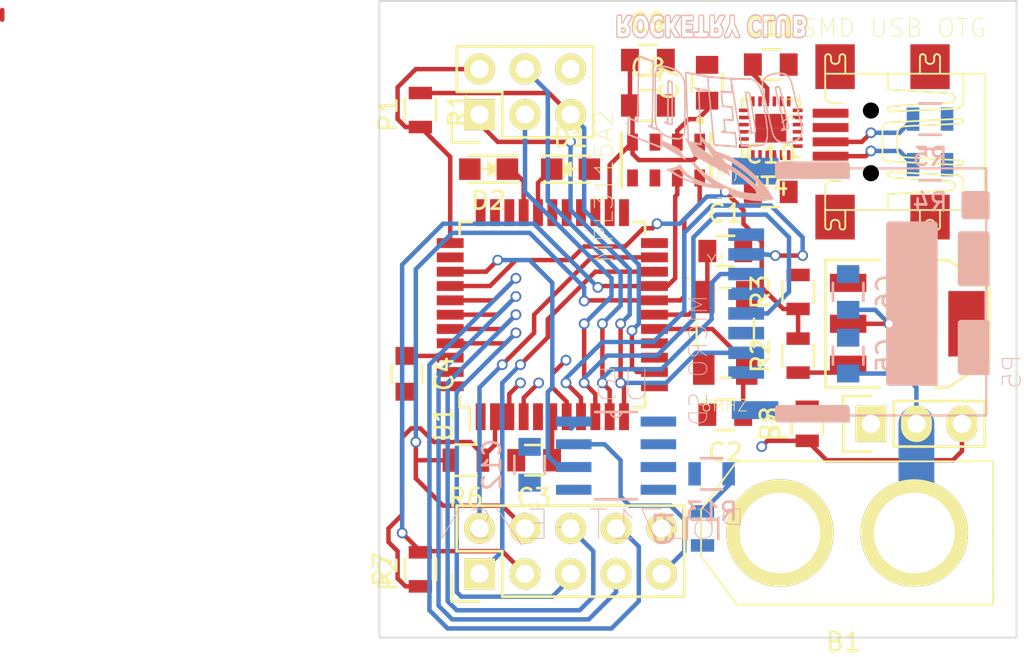
<source format=kicad_pcb>
(kicad_pcb (version 4) (host pcbnew 4.0.4+e1-6308~48~ubuntu16.04.1-stable)
  (layers (0 F.Cu signal) (31 B.Cu signal) (34 B.Paste user) (35 F.Paste user) (36 B.SilkS user) (37 F.SilkS user) (38 B.Mask user) (39 F.Mask user) (44 Edge.Cuts user))
  (net 0 "")
  (net 1 VCC)
  (net 2 GND)
  (net 3 "Net-(C1-Pad1)")
  (net 4 "Net-(C2-Pad1)")
  (net 5 "Net-(C3-Pad1)")
  (net 6 "Net-(C4-Pad1)")
  (net 7 VDD)
  (net 8 "Net-(C7-Pad1)")
  (net 9 "Net-(C11-Pad1)")
  (net 10 VCC_V_LED)
  (net 11 MCU_LED)
  (net 12 MISO)
  (net 13 SCK)
  (net 14 MOSI)
  (net 15 RST)
  (net 16 RX)
  (net 17 TX)
  (net 18 SDA)
  (net 19 SCL)
  (net 20 SERVO_PWM)
  (net 21 SERVO_S_V)
  (net 22 "Net-(P5-Pad8)")
  (net 23 "Net-(P5-Pad1)")
  (net 24 VCC_V)
  (net 25 "Net-(R4-Pad1)")
  (net 26 USB_D-)
  (net 27 "Net-(R5-Pad1)")
  (net 28 USB_D+)
  (net 29 "Net-(R13-Pad2)")
  (net 30 SERVO_S_V_A)
  (net 31 "Net-(U1-Pad1)")
  (net 32 "Net-(U1-Pad25)")
  (net 33 "Net-(U1-Pad26)")
  (net 34 "Net-(U1-Pad27)")
  (net 35 "Net-(U1-Pad31)")
  (net 36 "Net-(U1-Pad32)")
  (net 37 "Net-(U3-Pad5)")
  (net 38 "Net-(U3-Pad6)")
  (net 39 "Net-(U4-Pad1)")
  (net 40 "Net-(U4-Pad7)")
  (net 41 "Net-(U4-Pad11)")
  (net 42 "Net-(U4-Pad12)")
  (net 43 "Net-(U4-Pad19)")
  (net 44 "Net-(U4-Pad20)")
  (net 45 "Net-(U4-Pad21)")
  (net 46 "Net-(U4-Pad25)")
  (net 47 "Net-(U5-Pad1)")
  (net 48 "Net-(U5-Pad5)")
  (net 49 "Net-(U5-Pad8)")
  (net 50 "Net-(X1-PadM1)")
  (net 51 "Net-(X1-Pad4)")
  (net 52 SD_CS)
  (net 53 "Net-(U1-Pad22)")
  (net 54 E1)
  (net 55 E2)
  (net 56 E3)
  (net 57 E4)
  (net 58 "Net-(U1-Pad12)")
  (net 59 "Net-(X1-Pad1)")
  (module Housings_QFP:TQFP-44_10x10mm_Pitch0.8mm (layer F.Cu) (at 228.092 122.936 90)
    (fp_text reference U1 (at -6.096 -6.096 90) (layer F.SilkS))
    (fp_text value ATmega32U4)
    (pad 1 smd rect (at -5.7 -4 90) (size 1.5 0.55) (layers F.Cu F.Paste F.Mask) (net 31 "Net-(U1-Pad1)"))
    (pad 2 smd rect (at -5.7 -3.2 90) (size 1.5 0.55) (layers F.Cu F.Paste F.Mask) (net 7 VDD))
    (pad 3 smd rect (at -5.7 -2.4 90) (size 1.5 0.55) (layers F.Cu F.Paste F.Mask) (net 26 USB_D-))
    (pad 4 smd rect (at -5.7 -1.6 90) (size 1.5 0.55) (layers F.Cu F.Paste F.Mask) (net 28 USB_D+))
    (pad 5 smd rect (at -5.7 -0.8 90) (size 1.5 0.55) (layers F.Cu F.Paste F.Mask) (net 2 GND))
    (pad 6 smd rect (at -5.7 0 90) (size 1.5 0.55) (layers F.Cu F.Paste F.Mask) (net 5 "Net-(C3-Pad1)"))
    (pad 7 smd rect (at -5.7 0.8 90) (size 1.5 0.55) (layers F.Cu F.Paste F.Mask) (net 7 VDD))
    (pad 8 smd rect (at -5.7 1.6 90) (size 1.5 0.55) (layers F.Cu F.Paste F.Mask) (net 52 SD_CS))
    (pad 9 smd rect (at -5.7 2.4 90) (size 1.5 0.55) (layers F.Cu F.Paste F.Mask) (net 13 SCK))
    (pad 10 smd rect (at -5.7 3.2 90) (size 1.5 0.55) (layers F.Cu F.Paste F.Mask) (net 14 MOSI))
    (pad 11 smd rect (at -5.7 4 90) (size 1.5 0.55) (layers F.Cu F.Paste F.Mask) (net 12 MISO))
    (pad 12 smd rect (at -4 5.7 180) (size 1.5 0.55) (layers F.Cu F.Paste F.Mask) (net 58 "Net-(U1-Pad12)"))
    (pad 13 smd rect (at -3.2 5.7 180) (size 1.5 0.55) (layers F.Cu F.Paste F.Mask) (net 15 RST))
    (pad 14 smd rect (at -2.4 5.7 180) (size 1.5 0.55) (layers F.Cu F.Paste F.Mask) (net 7 VDD))
    (pad 15 smd rect (at -1.6 5.7 180) (size 1.5 0.55) (layers F.Cu F.Paste F.Mask) (net 2 GND))
    (pad 16 smd rect (at -0.8 5.7 180) (size 1.5 0.55) (layers F.Cu F.Paste F.Mask) (net 4 "Net-(C2-Pad1)"))
    (pad 17 smd rect (at 0 5.7 180) (size 1.5 0.55) (layers F.Cu F.Paste F.Mask) (net 3 "Net-(C1-Pad1)"))
    (pad 18 smd rect (at 0.8 5.7 180) (size 1.5 0.55) (layers F.Cu F.Paste F.Mask) (net 19 SCL))
    (pad 19 smd rect (at 1.6 5.7 180) (size 1.5 0.55) (layers F.Cu F.Paste F.Mask) (net 18 SDA))
    (pad 20 smd rect (at 2.4 5.7 180) (size 1.5 0.55) (layers F.Cu F.Paste F.Mask) (net 16 RX))
    (pad 21 smd rect (at 3.2 5.7 180) (size 1.5 0.55) (layers F.Cu F.Paste F.Mask) (net 17 TX))
    (pad 22 smd rect (at 4 5.7 180) (size 1.5 0.55) (layers F.Cu F.Paste F.Mask) (net 53 "Net-(U1-Pad22)"))
    (pad 23 smd rect (at 5.7 4 90) (size 1.5 0.55) (layers F.Cu F.Paste F.Mask) (net 2 GND))
    (pad 24 smd rect (at 5.7 3.2 90) (size 1.5 0.55) (layers F.Cu F.Paste F.Mask) (net 7 VDD))
    (pad 25 smd rect (at 5.7 2.4 90) (size 1.5 0.55) (layers F.Cu F.Paste F.Mask) (net 32 "Net-(U1-Pad25)"))
    (pad 26 smd rect (at 5.7 1.6 90) (size 1.5 0.55) (layers F.Cu F.Paste F.Mask) (net 33 "Net-(U1-Pad26)"))
    (pad 27 smd rect (at 5.7 0.8 90) (size 1.5 0.55) (layers F.Cu F.Paste F.Mask) (net 34 "Net-(U1-Pad27)"))
    (pad 28 smd rect (at 5.7 0 90) (size 1.5 0.55) (layers F.Cu F.Paste F.Mask) (net 20 SERVO_PWM))
    (pad 29 smd rect (at 5.7 -0.8 90) (size 1.5 0.55) (layers F.Cu F.Paste F.Mask) (net 10 VCC_V_LED))
    (pad 30 smd rect (at 5.7 -1.6 90) (size 1.5 0.55) (layers F.Cu F.Paste F.Mask) (net 11 MCU_LED))
    (pad 31 smd rect (at 5.7 -2.4 90) (size 1.5 0.55) (layers F.Cu F.Paste F.Mask) (net 35 "Net-(U1-Pad31)"))
    (pad 32 smd rect (at 5.7 -3.2 90) (size 1.5 0.55) (layers F.Cu F.Paste F.Mask) (net 36 "Net-(U1-Pad32)"))
    (pad 33 smd rect (at 5.7 -4 90) (size 1.5 0.55) (layers F.Cu F.Paste F.Mask) (net 2 GND))
    (pad 34 smd rect (at 4 -5.7 180) (size 1.5 0.55) (layers F.Cu F.Paste F.Mask) (net 7 VDD))
    (pad 35 smd rect (at 3.2 -5.7 180) (size 1.5 0.55) (layers F.Cu F.Paste F.Mask) (net 2 GND))
    (pad 36 smd rect (at 2.4 -5.7 180) (size 1.5 0.55) (layers F.Cu F.Paste F.Mask) (net 30 SERVO_S_V_A))
    (pad 37 smd rect (at 1.6 -5.7 180) (size 1.5 0.55) (layers F.Cu F.Paste F.Mask) (net 24 VCC_V))
    (pad 38 smd rect (at 0.8 -5.7 180) (size 1.5 0.55) (layers F.Cu F.Paste F.Mask) (net 57 E4))
    (pad 39 smd rect (at 0 -5.7 180) (size 1.5 0.55) (layers F.Cu F.Paste F.Mask) (net 56 E3))
    (pad 40 smd rect (at -0.8 -5.7 180) (size 1.5 0.55) (layers F.Cu F.Paste F.Mask) (net 55 E2))
    (pad 41 smd rect (at -1.6 -5.7 180) (size 1.5 0.55) (layers F.Cu F.Paste F.Mask) (net 54 E1))
    (pad 42 smd rect (at -2.4 -5.7 180) (size 1.5 0.55) (layers F.Cu F.Paste F.Mask) (net 6 "Net-(C4-Pad1)"))
    (pad 43 smd rect (at -3.2 -5.7 180) (size 1.5 0.55) (layers F.Cu F.Paste F.Mask) (net 2 GND))
    (pad 44 smd rect (at -4 -5.7 180) (size 1.5 0.55) (layers F.Cu F.Paste F.Mask) (net 7 VDD))
  )
  (module XT60:XT60 (layer F.Cu) (at 240.792 135.128)
    (fp_text reference B1 (at 3.556 6.096) (layer F.SilkS))
    (fp_text value XT60)
    (pad 1 thru_hole circle (at 7.5 0) (size 6 6) (drill 4.5) (layers *.Cu *.Mask F.SilkS) (net 1 VCC))
    (pad 2 thru_hole circle (at 0 0) (size 6 6) (drill 4.5) (layers *.Cu *.Mask F.SilkS) (net 2 GND))
  )
  (module Capacitors_SMD:C_0805 (layer F.Cu) (at 237.744 119.38)
    (fp_text reference C1 (at 0 -2.1) (layer F.SilkS))
    (fp_text value 33pF)
    (pad 1 smd rect (at -1 0) (size 1 1.25) (layers F.Cu F.Paste F.Mask) (net 3 "Net-(C1-Pad1)"))
    (pad 2 smd rect (at 1 0) (size 1 1.25) (layers F.Cu F.Paste F.Mask) (net 2 GND))
  )
  (module Capacitors_SMD:C_0805 (layer F.Cu) (at 237.744 128.524 180)
    (fp_text reference C2 (at 0 -2.1 180) (layer F.SilkS))
    (fp_text value 33pF)
    (pad 1 smd rect (at -1 0 180) (size 1 1.25) (layers F.Cu F.Paste F.Mask) (net 4 "Net-(C2-Pad1)"))
    (pad 2 smd rect (at 1 0 180) (size 1 1.25) (layers F.Cu F.Paste F.Mask) (net 2 GND))
  )
  (module Capacitors_SMD:C_0805 (layer F.Cu) (at 227.076 131.064 180)
    (fp_text reference C3 (at 0 -2.1 180) (layer F.SilkS))
    (fp_text value 1uF)
    (pad 1 smd rect (at -1 0 180) (size 1 1.25) (layers F.Cu F.Paste F.Mask) (net 5 "Net-(C3-Pad1)"))
    (pad 2 smd rect (at 1 0 180) (size 1 1.25) (layers F.Cu F.Paste F.Mask) (net 2 GND))
  )
  (module Capacitors_SMD:C_0805 (layer F.Cu) (at 219.964 126.238 270)
    (fp_text reference C4 (at 0 -2.1 270) (layer F.SilkS))
    (fp_text value .1uF)
    (pad 1 smd rect (at -1 0 270) (size 1 1.25) (layers F.Cu F.Paste F.Mask) (net 6 "Net-(C4-Pad1)"))
    (pad 2 smd rect (at 1 0 270) (size 1 1.25) (layers F.Cu F.Paste F.Mask) (net 2 GND))
  )
  (module Capacitors_SMD:C_0805 (layer B.Cu) (at 244.602 125.222 90)
    (fp_text reference C5 (at 0 2.1 90) (layer B.SilkS) (effects (justify mirror)))
    (fp_text value 10uF)
    (pad 1 smd rect (at -1 0 90) (size 1 1.25) (layers B.Cu B.Paste B.Mask) (net 1 VCC))
    (pad 2 smd rect (at 1 0 90) (size 1 1.25) (layers B.Cu B.Paste B.Mask) (net 2 GND))
  )
  (module Capacitors_SMD:C_0805 (layer B.Cu) (at 244.602 121.666 90)
    (fp_text reference C6 (at 0 2.1 90) (layer B.SilkS) (effects (justify mirror)))
    (fp_text value 22uF)
    (pad 1 smd rect (at -1 0 90) (size 1 1.25) (layers B.Cu B.Paste B.Mask) (net 7 VDD))
    (pad 2 smd rect (at 1 0 90) (size 1 1.25) (layers B.Cu B.Paste B.Mask) (net 2 GND))
  )
  (module Capacitors_SMD:C_0805 (layer F.Cu) (at 236.728 109.982 90)
    (fp_text reference C7 (at 0 -2.1 90) (layer F.SilkS))
    (fp_text value .1uF)
    (pad 1 smd rect (at -1 0 90) (size 1 1.25) (layers F.Cu F.Paste F.Mask) (net 8 "Net-(C7-Pad1)"))
    (pad 2 smd rect (at 1 0 90) (size 1 1.25) (layers F.Cu F.Paste F.Mask) (net 2 GND))
  )
  (module Capacitors_SMD:C_0805 (layer F.Cu) (at 233.426 111.252)
    (fp_text reference C8 (at 0 -2.1) (layer F.SilkS))
    (fp_text value .1uF)
    (pad 1 smd rect (at -1 0) (size 1 1.25) (layers F.Cu F.Paste F.Mask) (net 7 VDD))
    (pad 2 smd rect (at 1 0) (size 1 1.25) (layers F.Cu F.Paste F.Mask) (net 2 GND))
  )
  (module Capacitors_SMD:C_0805 (layer F.Cu) (at 233.426 108.712)
    (fp_text reference C9 (at 0 -2.1) (layer F.SilkS))
    (fp_text value 10uF)
    (pad 1 smd rect (at -1 0) (size 1 1.25) (layers F.Cu F.Paste F.Mask) (net 7 VDD))
    (pad 2 smd rect (at 1 0) (size 1 1.25) (layers F.Cu F.Paste F.Mask) (net 2 GND))
  )
  (module Capacitors_SMD:C_0805 (layer F.Cu) (at 240.284 116.078)
    (fp_text reference C10 (at 0 -2.1) (layer F.SilkS))
    (fp_text value .1uF)
    (pad 1 smd rect (at -1 0) (size 1 1.25) (layers F.Cu F.Paste F.Mask) (net 7 VDD))
    (pad 2 smd rect (at 1 0) (size 1 1.25) (layers F.Cu F.Paste F.Mask) (net 2 GND))
  )
  (module Capacitors_SMD:C_0805 (layer F.Cu) (at 240.284 108.966)
    (fp_text reference C11 (at 0 -2.1) (layer F.SilkS))
    (fp_text value .1uF)
    (pad 1 smd rect (at -1 0) (size 1 1.25) (layers F.Cu F.Paste F.Mask) (net 9 "Net-(C11-Pad1)"))
    (pad 2 smd rect (at 1 0) (size 1 1.25) (layers F.Cu F.Paste F.Mask) (net 2 GND))
  )
  (module Capacitors_SMD:C_0805 (layer B.Cu) (at 226.822 131.318 270)
    (fp_text reference C12 (at 0 2.1 270) (layer B.SilkS) (effects (justify mirror)))
    (fp_text value .1uF)
    (pad 1 smd rect (at -1 0 270) (size 1 1.25) (layers B.Cu B.Paste B.Mask) (net 7 VDD))
    (pad 2 smd rect (at 1 0 270) (size 1 1.25) (layers B.Cu B.Paste B.Mask) (net 2 GND))
  )
  (module LEDs:LED_0805 (layer F.Cu) (at 229.108 114.808)
    (fp_text reference D1 (at 0 -1.75) (layer F.SilkS))
    (fp_text value LED_BLUE)
    (pad 2 smd rect (at 1.04902 0 180) (size 1.19888 1.19888) (layers F.Cu F.Paste F.Mask) (net 2 GND))
    (pad 1 smd rect (at -1.04902 0 180) (size 1.19888 1.19888) (layers F.Cu F.Paste F.Mask) (net 10 VCC_V_LED))
  )
  (module LEDs:LED_0805 (layer F.Cu) (at 224.536 114.808 180)
    (fp_text reference D2 (at 0 -1.75 180) (layer F.SilkS))
    (fp_text value LED_BLUE)
    (pad 2 smd rect (at 1.04902 0) (size 1.19888 1.19888) (layers F.Cu F.Paste F.Mask) (net 2 GND))
    (pad 1 smd rect (at -1.04902 0) (size 1.19888 1.19888) (layers F.Cu F.Paste F.Mask) (net 11 MCU_LED))
  )
  (module Pin_Headers:Pin_Header_Straight_2x03 (layer F.Cu) (at 224.028 111.76 90)
    (fp_text reference P1 (at 0 -5.1 90) (layer F.SilkS))
    (fp_text value ICSP)
    (pad 1 thru_hole rect (at 0 0 90) (size 1.7272 1.7272) (drill 1.016) (layers *.Cu *.Mask F.SilkS) (net 12 MISO))
    (pad 2 thru_hole oval (at 2.54 0 90) (size 1.7272 1.7272) (drill 1.016) (layers *.Cu *.Mask F.SilkS) (net 7 VDD))
    (pad 3 thru_hole oval (at 0 2.54 90) (size 1.7272 1.7272) (drill 1.016) (layers *.Cu *.Mask F.SilkS) (net 13 SCK))
    (pad 4 thru_hole oval (at 2.54 2.54 90) (size 1.7272 1.7272) (drill 1.016) (layers *.Cu *.Mask F.SilkS) (net 14 MOSI))
    (pad 5 thru_hole oval (at 0 5.08 90) (size 1.7272 1.7272) (drill 1.016) (layers *.Cu *.Mask F.SilkS) (net 15 RST))
    (pad 6 thru_hole oval (at 2.54 5.08 90) (size 1.7272 1.7272) (drill 1.016) (layers *.Cu *.Mask F.SilkS) (net 2 GND))
  )
  (module Pin_Headers:Pin_Header_Straight_2x05 (layer F.Cu) (at 224.028 137.414 90)
    (fp_text reference P2 (at 0 -5.1 90) (layer F.SilkS))
    (fp_text value EXTRA)
    (pad 1 thru_hole rect (at 0 0 90) (size 1.7272 1.7272) (drill 1.016) (layers *.Cu *.Mask F.SilkS) (net 16 RX))
    (pad 2 thru_hole oval (at 2.54 0 90) (size 1.7272 1.7272) (drill 1.016) (layers *.Cu *.Mask F.SilkS) (net 17 TX))
    (pad 3 thru_hole oval (at 0 2.54 90) (size 1.7272 1.7272) (drill 1.016) (layers *.Cu *.Mask F.SilkS) (net 18 SDA))
    (pad 4 thru_hole oval (at 2.54 2.54 90) (size 1.7272 1.7272) (drill 1.016) (layers *.Cu *.Mask F.SilkS) (net 19 SCL))
    (pad 5 thru_hole oval (at 0 5.08 90) (size 1.7272 1.7272) (drill 1.016) (layers *.Cu *.Mask F.SilkS) (net 54 E1))
    (pad 6 thru_hole oval (at 2.54 5.08 90) (size 1.7272 1.7272) (drill 1.016) (layers *.Cu *.Mask F.SilkS) (net 55 E2))
    (pad 7 thru_hole oval (at 0 7.62 90) (size 1.7272 1.7272) (drill 1.016) (layers *.Cu *.Mask F.SilkS) (net 56 E3))
    (pad 8 thru_hole oval (at 2.54 7.62 90) (size 1.7272 1.7272) (drill 1.016) (layers *.Cu *.Mask F.SilkS) (net 57 E4))
    (pad 9 thru_hole oval (at 0 10.16 90) (size 1.7272 1.7272) (drill 1.016) (layers *.Cu *.Mask F.SilkS) (net 7 VDD))
    (pad 10 thru_hole oval (at 2.54 10.16 90) (size 1.7272 1.7272) (drill 1.016) (layers *.Cu *.Mask F.SilkS) (net 2 GND))
  )
  (module Pin_Headers:Pin_Header_Straight_1x03 (layer F.Cu) (at 245.872 129.032 90)
    (fp_text reference P4 (at 0 -5.1 90) (layer F.SilkS))
    (fp_text value SERVO)
    (pad 1 thru_hole rect (at 0 0 90) (size 2.032 1.7272) (drill 1.016) (layers *.Cu *.Mask F.SilkS) (net 20 SERVO_PWM))
    (pad 2 thru_hole oval (at 0 2.54 90) (size 2.032 1.7272) (drill 1.016) (layers *.Cu *.Mask F.SilkS) (net 1 VCC))
    (pad 3 thru_hole oval (at 0 5.08 90) (size 2.032 1.7272) (drill 1.016) (layers *.Cu *.Mask F.SilkS) (net 21 SERVO_S_V))
  )
  (module DM3CS-SF:HRS_DM3CS-SF (layer B.Cu) (at 245.11 121.666 90)
    (fp_text reference P5 (at -4.46 8.635 90) (layer B.SilkS) (effects (font (thickness 0.05)) (justify mirror)))
    (fp_text value "MICRO SD" (at -3.825 -8.865 90) (layer B.SilkS) (effects (font (thickness 0.05)) (justify mirror)))
    (pad 8 smd rect (at -4.5 -6.2 90) (size 0.7 2) (layers B.Cu B.Paste B.Mask) (net 22 "Net-(P5-Pad8)"))
    (pad 7 smd rect (at -3.4 -6.2 90) (size 0.7 2) (layers B.Cu B.Paste B.Mask) (net 12 MISO))
    (pad 6 smd rect (at -2.3 -6.2 90) (size 0.7 2) (layers B.Cu B.Paste B.Mask) (net 2 GND))
    (pad 5 smd rect (at -1.2 -6.2 90) (size 0.7 2) (layers B.Cu B.Paste B.Mask) (net 13 SCK))
    (pad 4 smd rect (at -0.1 -6.2 90) (size 0.7 2) (layers B.Cu B.Paste B.Mask) (net 7 VDD))
    (pad 3 smd rect (at 1 -6.2 90) (size 0.7 2) (layers B.Cu B.Paste B.Mask) (net 14 MOSI))
    (pad 2 smd rect (at 2.1 -6.2 90) (size 0.7 2) (layers B.Cu B.Paste B.Mask) (net 52 SD_CS))
    (pad 1 smd rect (at 3.2 -6.2 90) (size 0.7 2) (layers B.Cu B.Paste B.Mask) (net 23 "Net-(P5-Pad1)"))
    (pad PAD. smd rect (at -6.6 -5.7 90) (size 1 2.6) (layers B.Cu B.Paste B.Mask))
    (pad PAD smd rect (at 6.75 -5.7 90) (size 1.5 2.6) (layers B.Cu B.Paste B.Mask))
  )
  (module Resistors_SMD:R_0805 (layer F.Cu) (at 220.726 111.506 270)
    (fp_text reference R1 (at 0 -2.1 270) (layer F.SilkS))
    (fp_text value 10K)
    (pad 1 smd rect (at -0.95 0 270) (size 0.7 1.3) (layers F.Cu F.Paste F.Mask) (net 15 RST))
    (pad 2 smd rect (at 0.95 0 270) (size 0.7 1.3) (layers F.Cu F.Paste F.Mask) (net 7 VDD))
  )
  (module Resistors_SMD:R_0805 (layer F.Cu) (at 241.808 125.222 90)
    (fp_text reference R2 (at 0 -2.1 90) (layer F.SilkS))
    (fp_text value 3K)
    (pad 1 smd rect (at -0.95 0 90) (size 0.7 1.3) (layers F.Cu F.Paste F.Mask) (net 1 VCC))
    (pad 2 smd rect (at 0.95 0 90) (size 0.7 1.3) (layers F.Cu F.Paste F.Mask) (net 24 VCC_V))
  )
  (module Resistors_SMD:R_0805 (layer F.Cu) (at 241.808 121.666 90)
    (fp_text reference R3 (at 0 -2.1 90) (layer F.SilkS))
    (fp_text value 1K)
    (pad 1 smd rect (at -0.95 0 90) (size 0.7 1.3) (layers F.Cu F.Paste F.Mask) (net 24 VCC_V))
    (pad 2 smd rect (at 0.95 0 90) (size 0.7 1.3) (layers F.Cu F.Paste F.Mask) (net 2 GND))
  )
  (module Resistors_SMD:R_0805 (layer B.Cu) (at 249.174 114.554)
    (fp_text reference R4 (at 0 2.1) (layer B.SilkS) (effects (justify mirror)))
    (fp_text value 22)
    (pad 1 smd rect (at -0.95 0) (size 0.7 1.3) (layers B.Cu B.Paste B.Mask) (net 25 "Net-(R4-Pad1)"))
    (pad 2 smd rect (at 0.95 0) (size 0.7 1.3) (layers B.Cu B.Paste B.Mask) (net 26 USB_D-))
  )
  (module Resistors_SMD:R_0805 (layer B.Cu) (at 249.174 112.014)
    (fp_text reference R5 (at 0 2.1) (layer B.SilkS) (effects (justify mirror)))
    (fp_text value 22)
    (pad 1 smd rect (at -0.95 0) (size 0.7 1.3) (layers B.Cu B.Paste B.Mask) (net 27 "Net-(R5-Pad1)"))
    (pad 2 smd rect (at 0.95 0) (size 0.7 1.3) (layers B.Cu B.Paste B.Mask) (net 28 USB_D+))
  )
  (module Resistors_SMD:R_0805 (layer F.Cu) (at 223.266 131.064 180)
    (fp_text reference R6 (at 0 -2.1 180) (layer F.SilkS))
    (fp_text value 10K)
    (pad 1 smd rect (at -0.95 0 180) (size 0.7 1.3) (layers F.Cu F.Paste F.Mask) (net 7 VDD))
    (pad 2 smd rect (at 0.95 0 180) (size 0.7 1.3) (layers F.Cu F.Paste F.Mask) (net 19 SCL))
  )
  (module Resistors_SMD:R_0805 (layer F.Cu) (at 220.726 137.16 90)
    (fp_text reference R7 (at 0 -2.1 90) (layer F.SilkS))
    (fp_text value 10K)
    (pad 1 smd rect (at -0.95 0 90) (size 0.7 1.3) (layers F.Cu F.Paste F.Mask) (net 7 VDD))
    (pad 2 smd rect (at 0.95 0 90) (size 0.7 1.3) (layers F.Cu F.Paste F.Mask) (net 18 SDA))
  )
  (module Resistors_SMD:R_0805 (layer F.Cu) (at 242.316 129.032 90)
    (fp_text reference R8 (at 0 -2.1 90) (layer F.SilkS))
    (fp_text value .01)
    (pad 1 smd rect (at -0.95 0 90) (size 0.7 1.3) (layers F.Cu F.Paste F.Mask) (net 21 SERVO_S_V))
    (pad 2 smd rect (at 0.95 0 90) (size 0.7 1.3) (layers F.Cu F.Paste F.Mask) (net 2 GND))
  )
  (module Resistors_SMD:R_0805 (layer B.Cu) (at 236.474 134.874 270)
    (fp_text reference R9 (at 0 2.1 270) (layer B.SilkS) (effects (justify mirror)))
    (fp_text value 200)
    (pad 1 smd rect (at -0.95 0 270) (size 0.7 1.3) (layers B.Cu B.Paste B.Mask) (net 29 "Net-(R13-Pad2)"))
    (pad 2 smd rect (at 0.95 0 270) (size 0.7 1.3) (layers B.Cu B.Paste B.Mask) (net 2 GND))
  )
  (module Resistors_SMD:R_0805 (layer B.Cu) (at 236.982 131.826)
    (fp_text reference R13 (at 0 2.1) (layer B.SilkS) (effects (justify mirror)))
    (fp_text value 13K)
    (pad 1 smd rect (at -0.95 0) (size 0.7 1.3) (layers B.Cu B.Paste B.Mask) (net 30 SERVO_S_V_A))
    (pad 2 smd rect (at 0.95 0) (size 0.7 1.3) (layers B.Cu B.Paste B.Mask) (net 29 "Net-(R13-Pad2)"))
  )
  (module TO_SOT_Packages_SMD:SOT-223 (layer F.Cu) (at 247.904 123.444 270)
    (fp_text reference U2 (at 0 -0.762 270) (layer F.SilkS))
    (fp_text value AZ1117)
    (pad 4 smd rect (at 0 -3.302 270) (size 3.6576 2.032) (layers F.Cu F.Paste F.Mask))
    (pad 2 smd rect (at 0 3.302 270) (size 1.016 2.032) (layers F.Cu F.Paste F.Mask) (net 7 VDD))
    (pad 3 smd rect (at 2.286 3.302 270) (size 1.016 2.032) (layers F.Cu F.Paste F.Mask) (net 1 VCC))
    (pad 1 smd rect (at -2.286 3.302 270) (size 1.016 2.032) (layers F.Cu F.Paste F.Mask) (net 2 GND))
  )
  (module MPL3115A2:PSON125P300X500X120-8N (layer F.Cu) (at 234.442 114.3 270)
    (fp_text reference U3 (at 1.34 -3.435 270) (layer F.SilkS) (effects (font (thickness 0.05))))
    (fp_text value MPL3115A2 (at 1.475 3.465 270) (layer F.SilkS) (effects (font (thickness 0.05))))
    (pad 1 smd rect (at -1 -1.875 270) (size 0.95 0.6) (layers F.Cu F.Paste F.Mask) (net 7 VDD))
    (pad 2 smd rect (at -1 -0.625 270) (size 0.95 0.6) (layers F.Cu F.Paste F.Mask) (net 8 "Net-(C7-Pad1)"))
    (pad 3 smd rect (at -1 0.625 270) (size 0.95 0.6) (layers F.Cu F.Paste F.Mask) (net 2 GND))
    (pad 4 smd rect (at -1 1.875 270) (size 0.95 0.6) (layers F.Cu F.Paste F.Mask) (net 7 VDD))
    (pad 5 smd rect (at 1 1.875 270) (size 0.95 0.6) (layers F.Cu F.Paste F.Mask) (net 37 "Net-(U3-Pad5)"))
    (pad 6 smd rect (at 1 0.625 270) (size 0.95 0.6) (layers F.Cu F.Paste F.Mask) (net 38 "Net-(U3-Pad6)"))
    (pad 7 smd rect (at 1 -0.625 270) (size 0.95 0.6) (layers F.Cu F.Paste F.Mask) (net 18 SDA))
    (pad 8 smd rect (at 1 -1.875 270) (size 0.95 0.6) (layers F.Cu F.Paste F.Mask) (net 19 SCL))
  )
  (module Housings_DFN_QFN:QFN-24-1EP_3x3mm_Pitch0.4mm (layer F.Cu) (at 240.284 112.522 180)
    (fp_text reference U4 (at 0 -3.25 180) (layer F.SilkS))
    (fp_text value MPU-9250)
    (pad 1 smd rect (at -1.5 -1 180) (size 0.55 0.2) (layers F.Cu F.Paste F.Mask) (net 39 "Net-(U4-Pad1)"))
    (pad 2 smd rect (at -1.5 -0.6 180) (size 0.55 0.2) (layers F.Cu F.Paste F.Mask))
    (pad 3 smd rect (at -1.5 -0.2 180) (size 0.55 0.2) (layers F.Cu F.Paste F.Mask))
    (pad 4 smd rect (at -1.5 0.2 180) (size 0.55 0.2) (layers F.Cu F.Paste F.Mask))
    (pad 5 smd rect (at -1.5 0.6 180) (size 0.55 0.2) (layers F.Cu F.Paste F.Mask))
    (pad 6 smd rect (at -1.5 1 180) (size 0.55 0.2) (layers F.Cu F.Paste F.Mask))
    (pad 7 smd rect (at -1 1.5 270) (size 0.55 0.2) (layers F.Cu F.Paste F.Mask) (net 40 "Net-(U4-Pad7)"))
    (pad 8 smd rect (at -0.6 1.5 270) (size 0.55 0.2) (layers F.Cu F.Paste F.Mask) (net 7 VDD))
    (pad 9 smd rect (at -0.2 1.5 270) (size 0.55 0.2) (layers F.Cu F.Paste F.Mask) (net 2 GND))
    (pad 10 smd rect (at 0.2 1.5 270) (size 0.55 0.2) (layers F.Cu F.Paste F.Mask) (net 9 "Net-(C11-Pad1)"))
    (pad 11 smd rect (at 0.6 1.5 270) (size 0.55 0.2) (layers F.Cu F.Paste F.Mask) (net 41 "Net-(U4-Pad11)"))
    (pad 12 smd rect (at 1 1.5 270) (size 0.55 0.2) (layers F.Cu F.Paste F.Mask) (net 42 "Net-(U4-Pad12)"))
    (pad 13 smd rect (at 1.5 1 180) (size 0.55 0.2) (layers F.Cu F.Paste F.Mask) (net 7 VDD))
    (pad 14 smd rect (at 1.5 0.6 180) (size 0.55 0.2) (layers F.Cu F.Paste F.Mask))
    (pad 15 smd rect (at 1.5 0.2 180) (size 0.55 0.2) (layers F.Cu F.Paste F.Mask))
    (pad 16 smd rect (at 1.5 -0.2 180) (size 0.55 0.2) (layers F.Cu F.Paste F.Mask))
    (pad 17 smd rect (at 1.5 -0.6 180) (size 0.55 0.2) (layers F.Cu F.Paste F.Mask))
    (pad 18 smd rect (at 1.5 -1 180) (size 0.55 0.2) (layers F.Cu F.Paste F.Mask) (net 2 GND))
    (pad 19 smd rect (at 1 -1.5 270) (size 0.55 0.2) (layers F.Cu F.Paste F.Mask) (net 43 "Net-(U4-Pad19)"))
    (pad 20 smd rect (at 0.6 -1.5 270) (size 0.55 0.2) (layers F.Cu F.Paste F.Mask) (net 44 "Net-(U4-Pad20)"))
    (pad 21 smd rect (at 0.2 -1.5 270) (size 0.55 0.2) (layers F.Cu F.Paste F.Mask) (net 45 "Net-(U4-Pad21)"))
    (pad 22 smd rect (at -0.2 -1.5 270) (size 0.55 0.2) (layers F.Cu F.Paste F.Mask) (net 7 VDD))
    (pad 23 smd rect (at -0.6 -1.5 270) (size 0.55 0.2) (layers F.Cu F.Paste F.Mask) (net 19 SCL))
    (pad 24 smd rect (at -1 -1.5 270) (size 0.55 0.2) (layers F.Cu F.Paste F.Mask) (net 18 SDA))
    (pad 25 smd rect (at 0.435 0.4 180) (size 0.875 0.8) (layers F.Cu F.Paste F.Mask) (net 46 "Net-(U4-Pad25)"))
    (pad 25 smd rect (at 0.435 -0.4 180) (size 0.875 0.8) (layers F.Cu F.Paste F.Mask) (net 46 "Net-(U4-Pad25)"))
    (pad 25 smd rect (at -0.435 0.4 180) (size 0.875 0.8) (layers F.Cu F.Paste F.Mask) (net 46 "Net-(U4-Pad25)"))
    (pad 25 smd rect (at -0.435 -0.4 180) (size 0.875 0.8) (layers F.Cu F.Paste F.Mask) (net 46 "Net-(U4-Pad25)"))
  )
  (module MCP6L71T-E_SN:SOIC127P600X175-8N (layer B.Cu) (at 231.648 130.81 180)
    (fp_text reference U5 (at -0.3556 3.937 180) (layer B.SilkS) (effects (font (size 1.64 1.64) (thickness 0.05)) (justify mirror)))
    (fp_text value MCP6L71T-E/SN (at -0.3556 -3.8608 180) (layer B.SilkS) (effects (font (size 1.64 1.64) (thickness 0.05)) (justify mirror)))
    (pad 1 smd rect (at -2.3622 1.905 180) (size 1.9812 0.5588) (layers B.Cu B.Paste B.Mask) (net 47 "Net-(U5-Pad1)"))
    (pad 2 smd rect (at -2.3622 0.635 180) (size 1.9812 0.5588) (layers B.Cu B.Paste B.Mask) (net 29 "Net-(R13-Pad2)"))
    (pad 3 smd rect (at -2.3622 -0.635 180) (size 1.9812 0.5588) (layers B.Cu B.Paste B.Mask) (net 21 SERVO_S_V))
    (pad 4 smd rect (at -2.3622 -1.905 180) (size 1.9812 0.5588) (layers B.Cu B.Paste B.Mask) (net 2 GND))
    (pad 5 smd rect (at 2.3622 -1.905 180) (size 1.9812 0.5588) (layers B.Cu B.Paste B.Mask) (net 48 "Net-(U5-Pad5)"))
    (pad 6 smd rect (at 2.3622 -0.635 180) (size 1.9812 0.5588) (layers B.Cu B.Paste B.Mask) (net 30 SERVO_S_V_A))
    (pad 7 smd rect (at 2.3622 0.635 180) (size 1.9812 0.5588) (layers B.Cu B.Paste B.Mask) (net 7 VDD))
    (pad 8 smd rect (at 2.3622 1.905 180) (size 1.9812 0.5588) (layers B.Cu B.Paste B.Mask) (net 49 "Net-(U5-Pad8)"))
  )
  (module UX60-MB-5ST:UX60-MB-5ST (layer F.Cu) (at 243.332 113.284 90)
    (fp_text reference X1 (at 1.905 -1.905 90) (layer F.SilkS) (effects (font (thickness 0.05))))
    (fp_text value "SMD USB OTG" (at 6.35 3.81 180) (layer F.SilkS) (effects (font (thickness 0.05))))
    (pad M3 smd rect (at -4.2 0.54 180) (size 2.2 2.5) (layers F.Cu F.Paste F.Mask) (net 50 "Net-(X1-PadM1)"))
    (pad M4 smd rect (at 4.2 0.54 180) (size 2.2 2.5) (layers F.Cu F.Paste F.Mask) (net 50 "Net-(X1-PadM1)"))
    (pad M2 smd rect (at -4.2 5.84 180) (size 2.2 2.5) (layers F.Cu F.Paste F.Mask) (net 50 "Net-(X1-PadM1)"))
    (pad M1 smd rect (at 4.2 5.84 180) (size 2.2 2.5) (layers F.Cu F.Paste F.Mask) (net 50 "Net-(X1-PadM1)"))
    (pad 1 smd rect (at -1.6 0.29 180) (size 2 0.5) (layers F.Cu F.Paste F.Mask) (net 59 "Net-(X1-Pad1)"))
    (pad 2 smd rect (at -0.8 0.29 180) (size 2 0.5) (layers F.Cu F.Paste F.Mask) (net 25 "Net-(R4-Pad1)"))
    (pad 3 smd rect (at 0 0.29 180) (size 2 0.5) (layers F.Cu F.Paste F.Mask) (net 27 "Net-(R5-Pad1)"))
    (pad 4 smd rect (at 0.8 0.29 180) (size 2 0.5) (layers F.Cu F.Paste F.Mask) (net 51 "Net-(X1-Pad4)"))
    (pad 5 smd rect (at 1.6 0.29 180) (size 2 0.5) (layers F.Cu F.Paste F.Mask) (net 2 GND))
    (pad Hole np_thru_hole circle (at -1.75 2.54 90) (size 0.9 0.9) (drill 0.9) (layers))
    (pad Hole np_thru_hole circle (at 1.75 2.54 90) (size 0.9 0.9) (drill 0.9) (layers))
  )
  (module ABM3B-8.000MHZ-B2-T:OSCSC500X320X110-4N (layer F.Cu) (at 237.744 123.952)
    (fp_text reference Y1 (at -0.4544 -4.0264) (layer F.SilkS) (effects (font (size 0.64 0.64) (thickness 0.05))))
    (fp_text value 8MHZ (at -0.048 4.0636) (layer F.SilkS) (effects (font (size 0.64 0.64) (thickness 0.05))))
    (pad 4 smd rect (at 1.2 -2 270) (size 1.8 1.2) (layers F.Cu F.Paste F.Mask) (net 2 GND))
    (pad 3 smd rect (at 1.2 2 270) (size 1.8 1.2) (layers F.Cu F.Paste F.Mask) (net 4 "Net-(C2-Pad1)"))
    (pad 2 smd rect (at -1.2 2 270) (size 1.8 1.2) (layers F.Cu F.Paste F.Mask) (net 2 GND))
    (pad 1 smd rect (at -1.2 -2 270) (size 1.8 1.2) (layers F.Cu F.Paste F.Mask) (net 3 "Net-(C1-Pad1)"))
  )
  (module "SNAPEDA:UT LOGO" (layer B.Cu) (at 236.982 110.49)
    (fp_text reference G*** hide)
    (fp_text value LOGO hide)
  )
  (gr_line (start 254 105.41) (end 254 140.97) (angle 90) (layer Edge.Cuts) (width 0.1))
  (gr_line (start 218.44 105.41) (end 254 105.41) (angle 90) (layer Edge.Cuts) (width 0.1))
  (gr_line (start 218.44 140.97) (end 218.44 105.41) (angle 90) (layer Edge.Cuts) (width 0.1))
  (gr_line (start 219.71 140.97) (end 218.44 140.97) (angle 90) (layer Edge.Cuts) (width 0.1))
  (gr_line (start 254 140.97) (end 219.71 140.97) (angle 90) (layer Edge.Cuts) (width 0.1))
  (segment (start 197.39102 106.45902) (end 197.39102 105.918) (width 0.25) (layer F.Cu) (net 0))
  (segment (start 244.602 126.222) (end 246.872 126.222) (width 0.25) (layer B.Cu) (net 1))
  (segment (start 248.412 127) (end 248.412 129.032) (width 0.25) (layer B.Cu) (net 1))
  (segment (start 247.65 126.238) (end 248.412 127) (width 0.25) (layer B.Cu) (net 1))
  (segment (start 246.888 126.238) (end 247.65 126.238) (width 0.25) (layer B.Cu) (net 1))
  (segment (start 246.872 126.222) (end 246.888 126.238) (width 0.25) (layer B.Cu) (net 1))
  (segment (start 241.808 126.172) (end 244.16 126.172) (width 0.25) (layer F.Cu) (net 1))
  (segment (start 244.16 126.172) (end 244.602 125.73) (width 0.25) (layer F.Cu) (net 1))
  (segment (start 248.412 129.032) (end 248.412 135.008) (width 2) (layer B.Cu) (net 1))
  (segment (start 248.412 135.008) (end 248.292 135.128) (width 2) (layer B.Cu) (net 1))
  (segment (start 236.744 119.38) (end 236.744 121.752) (width 0.25) (layer F.Cu) (net 3))
  (segment (start 236.744 121.752) (end 236.544 121.952) (width 0.25) (layer F.Cu) (net 3))
  (segment (start 236.544 121.952) (end 236.544 122.104) (width 0.25) (layer F.Cu) (net 3))
  (segment (start 236.544 122.104) (end 235.712 122.936) (width 0.25) (layer F.Cu) (net 3))
  (segment (start 235.712 122.936) (end 233.792 122.936) (width 0.25) (layer F.Cu) (net 3))
  (segment (start 238.744 128.524) (end 238.744 126.152) (width 0.25) (layer F.Cu) (net 4))
  (segment (start 238.744 126.152) (end 238.944 125.952) (width 0.25) (layer F.Cu) (net 4))
  (segment (start 238.944 125.952) (end 238.944 125.66) (width 0.25) (layer F.Cu) (net 4))
  (segment (start 238.944 125.66) (end 237.02 123.736) (width 0.25) (layer F.Cu) (net 4))
  (segment (start 237.02 123.736) (end 233.792 123.736) (width 0.25) (layer F.Cu) (net 4))
  (segment (start 228.076 131.064) (end 228.076 128.652) (width 0.25) (layer F.Cu) (net 5))
  (segment (start 228.076 128.652) (end 228.092 128.636) (width 0.25) (layer F.Cu) (net 5))
  (segment (start 219.964 125.238) (end 222.294 125.238) (width 0.25) (layer F.Cu) (net 6))
  (segment (start 222.294 125.238) (end 222.392 125.336) (width 0.25) (layer F.Cu) (net 6))
  (segment (start 224.216 131.064) (end 224.216 130.744) (width 0.25) (layer F.Cu) (net 7))
  (segment (start 224.216 130.744) (end 223.52 130.048) (width 0.25) (layer F.Cu) (net 7))
  (segment (start 219.898 138.11) (end 220.726 138.11) (width 0.25) (layer F.Cu) (net 7))
  (segment (start 219.456 137.668) (end 219.898 138.11) (width 0.25) (layer F.Cu) (net 7))
  (segment (start 219.456 136.144) (end 219.456 137.668) (width 0.25) (layer F.Cu) (net 7))
  (segment (start 218.948 135.636) (end 219.456 136.144) (width 0.25) (layer F.Cu) (net 7))
  (segment (start 218.948 134.874) (end 218.948 135.636) (width 0.25) (layer F.Cu) (net 7))
  (segment (start 219.71 134.112) (end 218.948 134.874) (width 0.25) (layer F.Cu) (net 7))
  (segment (start 219.71 133.858) (end 219.71 134.112) (width 0.25) (layer F.Cu) (net 7))
  (segment (start 219.71 129.794) (end 219.71 133.858) (width 0.25) (layer F.Cu) (net 7))
  (segment (start 220.218 129.286) (end 219.71 129.794) (width 0.25) (layer F.Cu) (net 7))
  (segment (start 220.726 129.286) (end 220.218 129.286) (width 0.25) (layer F.Cu) (net 7))
  (segment (start 221.488 130.048) (end 220.726 129.286) (width 0.25) (layer F.Cu) (net 7))
  (segment (start 223.52 130.048) (end 221.488 130.048) (width 0.25) (layer F.Cu) (net 7))
  (segment (start 224.216 131.064) (end 224.216 130.876) (width 0.25) (layer F.Cu) (net 7))
  (segment (start 224.216 130.876) (end 224.892 130.2) (width 0.25) (layer F.Cu) (net 7))
  (segment (start 224.892 130.2) (end 224.892 128.636) (width 0.25) (layer F.Cu) (net 7))
  (segment (start 229.2858 130.175) (end 231.013 130.175) (width 0.25) (layer B.Cu) (net 7))
  (segment (start 235.458 136.144) (end 234.188 137.414) (width 0.25) (layer B.Cu) (net 7))
  (segment (start 235.458 134.366) (end 235.458 136.144) (width 0.25) (layer B.Cu) (net 7))
  (segment (start 234.696 133.604) (end 235.458 134.366) (width 0.25) (layer B.Cu) (net 7))
  (segment (start 232.41 133.604) (end 234.696 133.604) (width 0.25) (layer B.Cu) (net 7))
  (segment (start 231.902 133.096) (end 232.41 133.604) (width 0.25) (layer B.Cu) (net 7))
  (segment (start 231.902 131.064) (end 231.902 133.096) (width 0.25) (layer B.Cu) (net 7))
  (segment (start 231.013 130.175) (end 231.902 131.064) (width 0.25) (layer B.Cu) (net 7))
  (segment (start 220.726 112.456) (end 219.898 112.456) (width 0.25) (layer F.Cu) (net 7))
  (segment (start 220.472 109.22) (end 224.028 109.22) (width 0.25) (layer F.Cu) (net 7))
  (segment (start 219.456 110.236) (end 220.472 109.22) (width 0.25) (layer F.Cu) (net 7))
  (segment (start 219.456 112.014) (end 219.456 110.236) (width 0.25) (layer F.Cu) (net 7))
  (segment (start 219.898 112.456) (end 219.456 112.014) (width 0.25) (layer F.Cu) (net 7))
  (segment (start 222.392 118.936) (end 222.392 114.122) (width 0.25) (layer F.Cu) (net 7))
  (segment (start 222.392 114.122) (end 220.726 112.456) (width 0.25) (layer F.Cu) (net 7))
  (segment (start 231.292 117.236) (end 231.292 114.575) (width 0.25) (layer F.Cu) (net 7))
  (segment (start 231.292 114.575) (end 232.567 113.3) (width 0.25) (layer F.Cu) (net 7))
  (segment (start 239.284 116.078) (end 239.284 116.062) (width 0.25) (layer F.Cu) (net 7))
  (segment (start 239.284 116.062) (end 240.484 114.862) (width 0.25) (layer F.Cu) (net 7))
  (segment (start 240.484 114.862) (end 240.484 114.022) (width 0.25) (layer F.Cu) (net 7))
  (segment (start 232.567 113.3) (end 232.567 113.949) (width 0.25) (layer F.Cu) (net 7))
  (segment (start 236.22 114.046) (end 236.22 113.397) (width 0.25) (layer F.Cu) (net 7))
  (segment (start 235.966 114.3) (end 236.22 114.046) (width 0.25) (layer F.Cu) (net 7))
  (segment (start 232.918 114.3) (end 235.966 114.3) (width 0.25) (layer F.Cu) (net 7))
  (segment (start 232.567 113.949) (end 232.918 114.3) (width 0.25) (layer F.Cu) (net 7))
  (segment (start 236.22 113.397) (end 236.317 113.3) (width 0.25) (layer F.Cu) (net 7))
  (segment (start 232.426 108.712) (end 232.426 111.252) (width 0.25) (layer F.Cu) (net 7))
  (segment (start 232.426 111.252) (end 232.567 111.393) (width 0.25) (layer F.Cu) (net 7))
  (segment (start 232.567 111.393) (end 232.567 113.3) (width 0.25) (layer F.Cu) (net 7))
  (segment (start 228.892 128.636) (end 228.892 127.8) (width 0.25) (layer F.Cu) (net 7))
  (via (at 228.854 125.476) (size 0.6) (drill 0.4) (layers F.Cu B.Cu) (net 7))
  (segment (start 228.092 126.238) (end 228.854 125.476) (width 0.25) (layer F.Cu) (net 7))
  (segment (start 228.092 127) (end 228.092 126.238) (width 0.25) (layer F.Cu) (net 7))
  (segment (start 228.892 127.8) (end 228.092 127) (width 0.25) (layer F.Cu) (net 7))
  (segment (start 244.602 123.444) (end 246.888 123.444) (width 0.25) (layer F.Cu) (net 7))
  (segment (start 246.11 122.666) (end 244.602 122.666) (width 0.25) (layer B.Cu) (net 7))
  (segment (start 246.888 123.444) (end 246.11 122.666) (width 0.25) (layer B.Cu) (net 7))
  (via (at 246.888 123.444) (size 0.6) (drill 0.4) (layers F.Cu B.Cu) (net 7))
  (segment (start 236.728 111.506) (end 236.728 110.982) (width 0.25) (layer F.Cu) (net 8))
  (segment (start 236.22 112.014) (end 236.728 111.506) (width 0.25) (layer F.Cu) (net 8))
  (segment (start 235.712 112.014) (end 236.22 112.014) (width 0.25) (layer F.Cu) (net 8))
  (segment (start 235.067 112.659) (end 235.712 112.014) (width 0.25) (layer F.Cu) (net 8))
  (segment (start 235.067 113.3) (end 235.067 112.659) (width 0.25) (layer F.Cu) (net 8))
  (segment (start 239.284 108.966) (end 239.284 109.49) (width 0.25) (layer F.Cu) (net 9))
  (segment (start 239.284 109.49) (end 240.084 110.29) (width 0.25) (layer F.Cu) (net 9))
  (segment (start 240.084 110.29) (end 240.084 111.022) (width 0.25) (layer F.Cu) (net 9))
  (segment (start 227.292 117.236) (end 227.292 115.57498) (width 0.25) (layer F.Cu) (net 10))
  (segment (start 227.292 115.57498) (end 228.05898 114.808) (width 0.25) (layer F.Cu) (net 10))
  (segment (start 225.58502 114.808) (end 225.806 114.808) (width 0.25) (layer F.Cu) (net 11))
  (segment (start 225.806 114.808) (end 226.492 115.494) (width 0.25) (layer F.Cu) (net 11))
  (segment (start 226.492 115.494) (end 226.492 117.236) (width 0.25) (layer F.Cu) (net 11))
  (segment (start 231.902 126.746) (end 231.902 123.444) (width 0.25) (layer F.Cu) (net 12))
  (segment (start 225.044 113.284) (end 224.028 112.268) (width 0.25) (layer F.Cu) (net 12))
  (segment (start 229.108 113.284) (end 225.044 113.284) (width 0.25) (layer F.Cu) (net 12))
  (via (at 229.108 113.284) (size 0.6) (drill 0.4) (layers F.Cu B.Cu) (net 12))
  (segment (start 229.108 117.094) (end 229.108 113.284) (width 0.25) (layer B.Cu) (net 12))
  (segment (start 232.41 120.396) (end 229.108 117.094) (width 0.25) (layer B.Cu) (net 12))
  (segment (start 232.41 122.936) (end 232.41 120.396) (width 0.25) (layer B.Cu) (net 12))
  (segment (start 231.902 123.444) (end 232.41 122.936) (width 0.25) (layer B.Cu) (net 12))
  (via (at 231.902 123.444) (size 0.6) (drill 0.4) (layers F.Cu B.Cu) (net 12))
  (segment (start 224.028 112.268) (end 224.028 111.76) (width 0.25) (layer F.Cu) (net 12))
  (segment (start 231.902 126.746) (end 234.442 126.746) (width 0.25) (layer B.Cu) (net 12))
  (segment (start 232.092 126.936) (end 231.902 126.746) (width 0.25) (layer F.Cu) (net 12))
  (via (at 231.902 126.746) (size 0.6) (drill 0.4) (layers F.Cu B.Cu) (net 12))
  (segment (start 232.092 128.636) (end 232.092 126.936) (width 0.25) (layer F.Cu) (net 12))
  (segment (start 236.122 125.066) (end 238.91 125.066) (width 0.25) (layer B.Cu) (net 12))
  (segment (start 234.442 126.746) (end 236.122 125.066) (width 0.25) (layer B.Cu) (net 12))
  (segment (start 229.87 126.746) (end 229.87 123.444) (width 0.25) (layer F.Cu) (net 13))
  (segment (start 226.568 116.078) (end 226.568 111.76) (width 0.25) (layer B.Cu) (net 13))
  (segment (start 231.394 120.904) (end 226.568 116.078) (width 0.25) (layer B.Cu) (net 13))
  (segment (start 231.394 121.92) (end 231.394 120.904) (width 0.25) (layer B.Cu) (net 13))
  (segment (start 229.87 123.444) (end 231.394 121.92) (width 0.25) (layer B.Cu) (net 13))
  (via (at 229.87 123.444) (size 0.6) (drill 0.4) (layers F.Cu B.Cu) (net 13))
  (segment (start 229.87 126.746) (end 229.87 126.492) (width 0.25) (layer B.Cu) (net 13))
  (segment (start 230.492 127.368) (end 229.87 126.746) (width 0.25) (layer F.Cu) (net 13))
  (via (at 229.87 126.746) (size 0.6) (drill 0.4) (layers F.Cu B.Cu) (net 13))
  (segment (start 230.492 128.636) (end 230.492 127.368) (width 0.25) (layer F.Cu) (net 13))
  (segment (start 240.1 122.866) (end 238.91 122.866) (width 0.25) (layer B.Cu) (net 13))
  (segment (start 241.3 121.666) (end 240.1 122.866) (width 0.25) (layer B.Cu) (net 13))
  (segment (start 241.3 118.618) (end 241.3 121.666) (width 0.25) (layer B.Cu) (net 13))
  (segment (start 240.03 117.348) (end 241.3 118.618) (width 0.25) (layer B.Cu) (net 13))
  (segment (start 237.236 117.348) (end 240.03 117.348) (width 0.25) (layer B.Cu) (net 13))
  (segment (start 235.966 118.618) (end 237.236 117.348) (width 0.25) (layer B.Cu) (net 13))
  (segment (start 235.966 123.19) (end 235.966 118.618) (width 0.25) (layer B.Cu) (net 13))
  (segment (start 233.934 125.222) (end 235.966 123.19) (width 0.25) (layer B.Cu) (net 13))
  (segment (start 231.14 125.222) (end 233.934 125.222) (width 0.25) (layer B.Cu) (net 13))
  (segment (start 229.87 126.492) (end 231.14 125.222) (width 0.25) (layer B.Cu) (net 13))
  (segment (start 227.838 116.586) (end 228.092 116.84) (width 0.25) (layer B.Cu) (net 14))
  (via (at 230.886 123.444) (size 0.6) (drill 0.4) (layers F.Cu B.Cu) (net 14))
  (segment (start 230.886 123.444) (end 231.902 122.428) (width 0.25) (layer B.Cu) (net 14))
  (segment (start 230.886 126.746) (end 230.886 123.444) (width 0.25) (layer F.Cu) (net 14))
  (segment (start 227.838 110.49) (end 226.568 109.22) (width 0.25) (layer B.Cu) (net 14))
  (segment (start 227.838 116.586) (end 227.838 110.49) (width 0.25) (layer B.Cu) (net 14))
  (segment (start 231.902 120.65) (end 228.092 116.84) (width 0.25) (layer B.Cu) (net 14))
  (segment (start 231.902 120.65) (end 231.902 122.428) (width 0.25) (layer B.Cu) (net 14))
  (segment (start 230.886 126.746) (end 230.886 126.492) (width 0.25) (layer B.Cu) (net 14))
  (segment (start 231.292 127.152) (end 230.886 126.746) (width 0.25) (layer F.Cu) (net 14))
  (via (at 230.886 126.746) (size 0.6) (drill 0.4) (layers F.Cu B.Cu) (net 14))
  (segment (start 231.292 128.636) (end 231.292 127.152) (width 0.25) (layer F.Cu) (net 14))
  (segment (start 237.474 120.666) (end 238.91 120.666) (width 0.25) (layer B.Cu) (net 14))
  (segment (start 236.982 121.158) (end 237.474 120.666) (width 0.25) (layer B.Cu) (net 14))
  (segment (start 236.982 123.19) (end 236.982 121.158) (width 0.25) (layer B.Cu) (net 14))
  (segment (start 234.188 125.984) (end 236.982 123.19) (width 0.25) (layer B.Cu) (net 14))
  (segment (start 231.394 125.984) (end 234.188 125.984) (width 0.25) (layer B.Cu) (net 14))
  (segment (start 230.886 126.492) (end 231.394 125.984) (width 0.25) (layer B.Cu) (net 14))
  (segment (start 220.726 110.556) (end 227.904 110.556) (width 0.25) (layer F.Cu) (net 15))
  (segment (start 227.904 110.556) (end 229.108 111.76) (width 0.25) (layer F.Cu) (net 15))
  (segment (start 233.792 126.136) (end 232.816 126.136) (width 0.25) (layer F.Cu) (net 15))
  (segment (start 229.87 112.522) (end 229.108 111.76) (width 0.25) (layer B.Cu) (net 15))
  (segment (start 229.87 117.094) (end 229.87 112.522) (width 0.25) (layer B.Cu) (net 15))
  (segment (start 232.918 120.142) (end 229.87 117.094) (width 0.25) (layer B.Cu) (net 15))
  (segment (start 232.918 123.444) (end 232.918 120.142) (width 0.25) (layer B.Cu) (net 15))
  (segment (start 232.537 123.825) (end 232.918 123.444) (width 0.25) (layer B.Cu) (net 15))
  (via (at 232.537 123.825) (size 0.6) (drill 0.4) (layers F.Cu B.Cu) (net 15))
  (segment (start 232.537 125.857) (end 232.537 123.825) (width 0.25) (layer F.Cu) (net 15))
  (segment (start 232.816 126.136) (end 232.537 125.857) (width 0.25) (layer F.Cu) (net 15))
  (segment (start 225.298 126.746) (end 226.314 125.73) (width 0.25) (layer B.Cu) (net 16))
  (segment (start 225.298 126.746) (end 225.298 136.144) (width 0.25) (layer B.Cu) (net 16))
  (segment (start 224.028 137.414) (end 225.298 136.144) (width 0.25) (layer B.Cu) (net 16))
  (segment (start 230.492 120.536) (end 233.792 120.536) (width 0.25) (layer F.Cu) (net 16))
  (via (at 226.314 125.73) (size 0.6) (drill 0.4) (layers F.Cu B.Cu) (net 16))
  (segment (start 230.492 120.536) (end 227.838 123.19) (width 0.25) (layer F.Cu) (net 16))
  (segment (start 227.838 123.19) (end 227.838 124.206) (width 0.25) (layer F.Cu) (net 16))
  (segment (start 227.838 124.206) (end 226.314 125.73) (width 0.25) (layer F.Cu) (net 16))
  (segment (start 225.298 125.73) (end 224.028 127) (width 0.25) (layer B.Cu) (net 17))
  (segment (start 230.276 119.736) (end 227.076 122.936) (width 0.25) (layer F.Cu) (net 17))
  (segment (start 227.076 122.936) (end 227.076 123.952) (width 0.25) (layer F.Cu) (net 17))
  (segment (start 227.076 123.952) (end 225.298 125.73) (width 0.25) (layer F.Cu) (net 17))
  (via (at 225.298 125.73) (size 0.6) (drill 0.4) (layers F.Cu B.Cu) (net 17))
  (segment (start 233.792 119.736) (end 230.276 119.736) (width 0.25) (layer F.Cu) (net 17))
  (segment (start 224.028 127) (end 224.028 134.874) (width 0.25) (layer B.Cu) (net 17))
  (segment (start 230.632 121.412) (end 227.076 117.856) (width 0.25) (layer B.Cu) (net 18))
  (segment (start 233.792 121.336) (end 230.708 121.336) (width 0.25) (layer F.Cu) (net 18))
  (via (at 230.632 121.412) (size 0.6) (drill 0.4) (layers F.Cu B.Cu) (net 18))
  (segment (start 230.708 121.336) (end 230.632 121.412) (width 0.25) (layer F.Cu) (net 18))
  (segment (start 225.298 136.144) (end 226.568 137.414) (width 0.25) (layer F.Cu) (net 18))
  (segment (start 220.726 136.144) (end 225.298 136.144) (width 0.25) (layer F.Cu) (net 18))
  (segment (start 219.71 135.128) (end 220.726 136.144) (width 0.25) (layer F.Cu) (net 18))
  (via (at 219.71 135.128) (size 0.6) (drill 0.4) (layers F.Cu B.Cu) (net 18))
  (segment (start 219.71 120.142) (end 219.71 135.128) (width 0.25) (layer B.Cu) (net 18))
  (segment (start 219.964 119.888) (end 219.71 120.142) (width 0.25) (layer B.Cu) (net 18))
  (segment (start 221.996 117.856) (end 219.964 119.888) (width 0.25) (layer B.Cu) (net 18))
  (segment (start 227.076 117.856) (end 221.996 117.856) (width 0.25) (layer B.Cu) (net 18))
  (segment (start 233.792 121.336) (end 234.518 121.336) (width 0.25) (layer F.Cu) (net 18))
  (segment (start 234.518 121.336) (end 234.95 120.904) (width 0.25) (layer F.Cu) (net 18))
  (segment (start 235.067 116.215) (end 235.067 115.3) (width 0.25) (layer F.Cu) (net 18))
  (segment (start 234.95 116.332) (end 235.067 116.215) (width 0.25) (layer F.Cu) (net 18))
  (segment (start 234.95 120.904) (end 234.95 116.332) (width 0.25) (layer F.Cu) (net 18))
  (segment (start 226.568 137.414) (end 226.568 136.906) (width 0.25) (layer B.Cu) (net 18))
  (segment (start 222.316 131.064) (end 220.472 131.064) (width 0.25) (layer F.Cu) (net 19))
  (segment (start 229.87 122.174) (end 229.87 121.412) (width 0.25) (layer B.Cu) (net 19))
  (segment (start 229.87 121.412) (end 229.87 121.412) (width 0.25) (layer B.Cu) (net 19))
  (segment (start 233.792 122.136) (end 229.908 122.136) (width 0.25) (layer F.Cu) (net 19))
  (via (at 229.87 122.174) (size 0.6) (drill 0.4) (layers F.Cu B.Cu) (net 19))
  (segment (start 229.908 122.136) (end 229.87 122.174) (width 0.25) (layer F.Cu) (net 19))
  (segment (start 225.298 133.604) (end 226.568 134.874) (width 0.25) (layer F.Cu) (net 19))
  (segment (start 220.472 132.08) (end 221.996 133.604) (width 0.25) (layer F.Cu) (net 19))
  (segment (start 221.996 133.604) (end 225.298 133.604) (width 0.25) (layer F.Cu) (net 19))
  (segment (start 220.472 130.048) (end 220.472 131.064) (width 0.25) (layer F.Cu) (net 19))
  (segment (start 220.472 131.064) (end 220.472 132.08) (width 0.25) (layer F.Cu) (net 19))
  (via (at 220.472 130.048) (size 0.6) (drill 0.4) (layers F.Cu B.Cu) (net 19))
  (segment (start 220.472 120.396) (end 220.472 130.048) (width 0.25) (layer B.Cu) (net 19))
  (segment (start 222.504 118.364) (end 220.472 120.396) (width 0.25) (layer B.Cu) (net 19))
  (segment (start 226.822 118.364) (end 222.504 118.364) (width 0.25) (layer B.Cu) (net 19))
  (segment (start 229.87 121.412) (end 226.822 118.364) (width 0.25) (layer B.Cu) (net 19))
  (segment (start 233.792 122.136) (end 235.242 122.136) (width 0.25) (layer F.Cu) (net 19))
  (segment (start 236.317 116.743) (end 236.317 115.3) (width 0.25) (layer F.Cu) (net 19))
  (segment (start 235.458 117.602) (end 236.317 116.743) (width 0.25) (layer F.Cu) (net 19))
  (segment (start 235.458 121.92) (end 235.458 117.602) (width 0.25) (layer F.Cu) (net 19))
  (segment (start 235.242 122.136) (end 235.458 121.92) (width 0.25) (layer F.Cu) (net 19))
  (segment (start 226.568 134.874) (end 226.568 134.112) (width 0.25) (layer B.Cu) (net 19))
  (segment (start 242.316 129.982) (end 240.096 129.982) (width 0.25) (layer F.Cu) (net 21))
  (segment (start 239.776 130.302) (end 239.649 130.429) (width 0.25) (layer B.Cu) (net 21))
  (via (at 239.776 130.302) (size 0.6) (drill 0.4) (layers F.Cu B.Cu) (net 21))
  (segment (start 240.096 129.982) (end 239.776 130.302) (width 0.25) (layer F.Cu) (net 21))
  (segment (start 250.952 129.032) (end 250.952 130.556) (width 0.25) (layer F.Cu) (net 21))
  (segment (start 243.398 131.064) (end 242.316 129.982) (width 0.25) (layer F.Cu) (net 21))
  (segment (start 250.444 131.064) (end 243.398 131.064) (width 0.25) (layer F.Cu) (net 21))
  (segment (start 250.952 130.556) (end 250.444 131.064) (width 0.25) (layer F.Cu) (net 21))
  (segment (start 241.808 122.616) (end 240.98 122.616) (width 0.25) (layer F.Cu) (net 24))
  (segment (start 226.06 119.888) (end 227.584 119.888) (width 0.25) (layer F.Cu) (net 24))
  (segment (start 224.612 121.336) (end 226.06 119.888) (width 0.25) (layer F.Cu) (net 24))
  (segment (start 224.612 121.336) (end 222.392 121.336) (width 0.25) (layer F.Cu) (net 24))
  (segment (start 229.108 119.888) (end 227.584 119.888) (width 0.25) (layer F.Cu) (net 24))
  (segment (start 229.87 119.126) (end 229.108 119.888) (width 0.25) (layer F.Cu) (net 24))
  (segment (start 232.156 119.126) (end 229.87 119.126) (width 0.25) (layer F.Cu) (net 24))
  (segment (start 233.172 118.11) (end 232.156 119.126) (width 0.25) (layer F.Cu) (net 24))
  (segment (start 233.68 118.11) (end 233.172 118.11) (width 0.25) (layer F.Cu) (net 24))
  (segment (start 233.934 117.856) (end 233.68 118.11) (width 0.25) (layer F.Cu) (net 24))
  (via (at 233.934 117.856) (size 0.6) (drill 0.4) (layers F.Cu B.Cu) (net 24))
  (segment (start 235.204 117.856) (end 233.934 117.856) (width 0.25) (layer B.Cu) (net 24))
  (segment (start 236.728 116.332) (end 235.204 117.856) (width 0.25) (layer B.Cu) (net 24))
  (segment (start 237.49 116.332) (end 236.728 116.332) (width 0.25) (layer B.Cu) (net 24))
  (segment (start 237.744 116.078) (end 237.49 116.332) (width 0.25) (layer B.Cu) (net 24))
  (via (at 237.744 116.078) (size 0.6) (drill 0.4) (layers F.Cu B.Cu) (net 24))
  (segment (start 238.76 117.094) (end 237.744 116.078) (width 0.25) (layer F.Cu) (net 24))
  (segment (start 238.76 117.856) (end 238.76 117.094) (width 0.25) (layer F.Cu) (net 24))
  (segment (start 239.776 118.872) (end 238.76 117.856) (width 0.25) (layer F.Cu) (net 24))
  (segment (start 239.776 121.412) (end 239.776 118.872) (width 0.25) (layer F.Cu) (net 24))
  (segment (start 240.98 122.616) (end 239.776 121.412) (width 0.25) (layer F.Cu) (net 24))
  (segment (start 241.808 122.616) (end 241.808 124.272) (width 0.25) (layer F.Cu) (net 24))
  (segment (start 245.872 113.792) (end 247.462 113.792) (width 0.25) (layer B.Cu) (net 25))
  (segment (start 245.58 114.084) (end 245.872 113.792) (width 0.25) (layer F.Cu) (net 25))
  (via (at 245.872 113.792) (size 0.6) (drill 0.4) (layers F.Cu B.Cu) (net 25))
  (segment (start 243.622 114.084) (end 245.58 114.084) (width 0.25) (layer F.Cu) (net 25))
  (segment (start 247.462 113.792) (end 248.224 114.554) (width 0.25) (layer B.Cu) (net 25))
  (segment (start 225.692 128.636) (end 225.692 127.368) (width 0.25) (layer F.Cu) (net 26))
  (via (at 226.314 126.746) (size 0.6) (drill 0.4) (layers F.Cu B.Cu) (net 26))
  (segment (start 225.692 127.368) (end 226.314 126.746) (width 0.25) (layer F.Cu) (net 26))
  (segment (start 245.872 112.776) (end 247.462 112.776) (width 0.25) (layer B.Cu) (net 27))
  (segment (start 243.622 113.284) (end 245.364 113.284) (width 0.25) (layer F.Cu) (net 27))
  (via (at 245.872 112.776) (size 0.6) (drill 0.4) (layers F.Cu B.Cu) (net 27))
  (segment (start 245.364 113.284) (end 245.872 112.776) (width 0.25) (layer F.Cu) (net 27))
  (segment (start 247.462 112.776) (end 248.224 112.014) (width 0.25) (layer B.Cu) (net 27))
  (segment (start 226.492 128.636) (end 226.492 127.584) (width 0.25) (layer F.Cu) (net 28))
  (via (at 227.33 126.746) (size 0.6) (drill 0.4) (layers F.Cu B.Cu) (net 28))
  (segment (start 226.492 127.584) (end 227.33 126.746) (width 0.25) (layer F.Cu) (net 28))
  (segment (start 237.932 131.826) (end 237.932 132.466) (width 0.25) (layer B.Cu) (net 29))
  (segment (start 237.932 132.466) (end 236.474 133.924) (width 0.25) (layer B.Cu) (net 29))
  (segment (start 226.822 119.888) (end 225.044 119.888) (width 0.25) (layer B.Cu) (net 30))
  (segment (start 224.396 120.536) (end 225.044 119.888) (width 0.25) (layer F.Cu) (net 30))
  (via (at 225.044 119.888) (size 0.6) (drill 0.4) (layers F.Cu B.Cu) (net 30))
  (segment (start 222.392 120.536) (end 224.396 120.536) (width 0.25) (layer F.Cu) (net 30))
  (segment (start 228.092 121.158) (end 226.822 119.888) (width 0.25) (layer B.Cu) (net 30))
  (segment (start 228.092 127) (end 228.092 121.158) (width 0.25) (layer B.Cu) (net 30))
  (segment (start 227.838 127.254) (end 228.092 127) (width 0.25) (layer B.Cu) (net 30))
  (segment (start 227.838 130.81) (end 227.838 127.254) (width 0.25) (layer B.Cu) (net 30))
  (segment (start 227.838 130.81) (end 228.473 131.445) (width 0.25) (layer B.Cu) (net 30))
  (segment (start 229.2858 131.445) (end 228.473 131.445) (width 0.25) (layer B.Cu) (net 30))
  (segment (start 236.032 131.826) (end 236.032 132.014) (width 0.25) (layer B.Cu) (net 30))
  (segment (start 229.1428 129.302) (end 229.2858 129.159) (width 0.25) (layer B.Cu) (net 49))
  (segment (start 242.062 119.634) (end 240.538 119.634) (width 0.25) (layer F.Cu) (net 52))
  (segment (start 242.062 119.634) (end 242.062 119.634) (width 0.25) (layer F.Cu) (net 52))
  (via (at 242.062 119.634) (size 0.6) (drill 0.4) (layers F.Cu B.Cu) (net 52))
  (segment (start 242.062 118.618) (end 242.062 119.634) (width 0.25) (layer B.Cu) (net 52))
  (segment (start 240.284 116.84) (end 242.062 118.618) (width 0.25) (layer B.Cu) (net 52))
  (segment (start 236.982 116.84) (end 240.284 116.84) (width 0.25) (layer B.Cu) (net 52))
  (segment (start 235.458 118.364) (end 236.982 116.84) (width 0.25) (layer B.Cu) (net 52))
  (segment (start 235.458 118.618) (end 235.458 118.364) (width 0.25) (layer B.Cu) (net 52))
  (segment (start 235.458 122.739998) (end 235.458 118.618) (width 0.25) (layer B.Cu) (net 52))
  (segment (start 233.737998 124.46) (end 235.458 122.739998) (width 0.25) (layer B.Cu) (net 52))
  (segment (start 230.886 124.46) (end 233.737998 124.46) (width 0.25) (layer B.Cu) (net 52))
  (segment (start 228.854 126.746) (end 228.854 126.492) (width 0.25) (layer B.Cu) (net 52))
  (segment (start 229.692 127.584) (end 228.854 126.746) (width 0.25) (layer F.Cu) (net 52))
  (via (at 228.854 126.746) (size 0.6) (drill 0.4) (layers F.Cu B.Cu) (net 52))
  (segment (start 229.692 128.636) (end 229.692 127.584) (width 0.25) (layer F.Cu) (net 52))
  (segment (start 239.962 119.566) (end 238.91 119.566) (width 0.25) (layer B.Cu) (net 52))
  (segment (start 240.538 119.634) (end 239.962 119.566) (width 0.25) (layer B.Cu) (net 52))
  (via (at 240.538 119.634) (size 0.6) (drill 0.4) (layers F.Cu B.Cu) (net 52))
  (segment (start 228.854 126.492) (end 230.886 124.46) (width 0.25) (layer B.Cu) (net 52))
  (segment (start 229.108 137.414) (end 229.108 137.668) (width 0.25) (layer B.Cu) (net 54))
  (segment (start 229.108 137.668) (end 228.092 138.684) (width 0.25) (layer B.Cu) (net 54))
  (segment (start 228.092 138.684) (end 223.012 138.684) (width 0.25) (layer B.Cu) (net 54))
  (segment (start 223.012 138.684) (end 222.758 138.43) (width 0.25) (layer B.Cu) (net 54))
  (segment (start 222.758 138.43) (end 222.758 127.254) (width 0.25) (layer B.Cu) (net 54))
  (segment (start 222.758 127.254) (end 226.06 123.952) (width 0.25) (layer B.Cu) (net 54))
  (segment (start 222.392 124.536) (end 225.476 124.536) (width 0.25) (layer F.Cu) (net 54))
  (via (at 226.06 123.952) (size 0.6) (drill 0.4) (layers F.Cu B.Cu) (net 54))
  (segment (start 225.476 124.536) (end 226.06 123.952) (width 0.25) (layer F.Cu) (net 54))
  (segment (start 229.108 134.874) (end 230.378 136.144) (width 0.25) (layer B.Cu) (net 55))
  (segment (start 225.26 123.736) (end 226.06 122.936) (width 0.25) (layer F.Cu) (net 55))
  (via (at 226.06 122.936) (size 0.6) (drill 0.4) (layers F.Cu B.Cu) (net 55))
  (segment (start 225.26 123.736) (end 222.392 123.736) (width 0.25) (layer F.Cu) (net 55))
  (segment (start 222.25 126.746) (end 226.06 122.936) (width 0.25) (layer B.Cu) (net 55))
  (segment (start 222.25 138.938) (end 222.25 126.746) (width 0.25) (layer B.Cu) (net 55))
  (segment (start 222.758 139.446) (end 222.25 138.938) (width 0.25) (layer B.Cu) (net 55))
  (segment (start 229.616 139.446) (end 222.758 139.446) (width 0.25) (layer B.Cu) (net 55))
  (segment (start 230.378 138.684) (end 229.616 139.446) (width 0.25) (layer B.Cu) (net 55))
  (segment (start 230.378 136.144) (end 230.378 138.684) (width 0.25) (layer B.Cu) (net 55))
  (segment (start 231.648 137.414) (end 231.648 138.43) (width 0.25) (layer B.Cu) (net 56))
  (segment (start 225.044 122.936) (end 226.06 121.92) (width 0.25) (layer F.Cu) (net 56))
  (via (at 226.06 121.92) (size 0.6) (drill 0.4) (layers F.Cu B.Cu) (net 56))
  (segment (start 225.044 122.936) (end 222.392 122.936) (width 0.25) (layer F.Cu) (net 56))
  (segment (start 221.742 126.238) (end 226.06 121.92) (width 0.25) (layer B.Cu) (net 56))
  (segment (start 221.742 139.192) (end 221.742 126.238) (width 0.25) (layer B.Cu) (net 56))
  (segment (start 222.504 139.954) (end 221.742 139.192) (width 0.25) (layer B.Cu) (net 56))
  (segment (start 230.124 139.954) (end 222.504 139.954) (width 0.25) (layer B.Cu) (net 56))
  (segment (start 231.648 138.43) (end 230.124 139.954) (width 0.25) (layer B.Cu) (net 56))
  (segment (start 231.648 134.874) (end 231.902 134.874) (width 0.25) (layer B.Cu) (net 57))
  (segment (start 231.902 134.874) (end 232.918 135.89) (width 0.25) (layer B.Cu) (net 57))
  (segment (start 232.918 135.89) (end 232.918 138.938) (width 0.25) (layer B.Cu) (net 57))
  (segment (start 232.918 138.938) (end 231.394 140.462) (width 0.25) (layer B.Cu) (net 57))
  (segment (start 231.394 140.462) (end 222.25 140.462) (width 0.25) (layer B.Cu) (net 57))
  (segment (start 222.25 140.462) (end 221.234 139.446) (width 0.25) (layer B.Cu) (net 57))
  (segment (start 221.234 139.446) (end 221.234 125.73) (width 0.25) (layer B.Cu) (net 57))
  (segment (start 221.234 125.73) (end 226.06 120.904) (width 0.25) (layer B.Cu) (net 57))
  (segment (start 222.392 122.136) (end 224.828 122.136) (width 0.25) (layer F.Cu) (net 57))
  (via (at 226.06 120.904) (size 0.6) (drill 0.4) (layers F.Cu B.Cu) (net 57))
  (segment (start 224.828 122.136) (end 226.06 120.904) (width 0.25) (layer F.Cu) (net 57))
  (segment (start 244.424 114.884) (end 243.622 114.884) (width 0.25) (layer F.Cu) (net 59))
)
</source>
